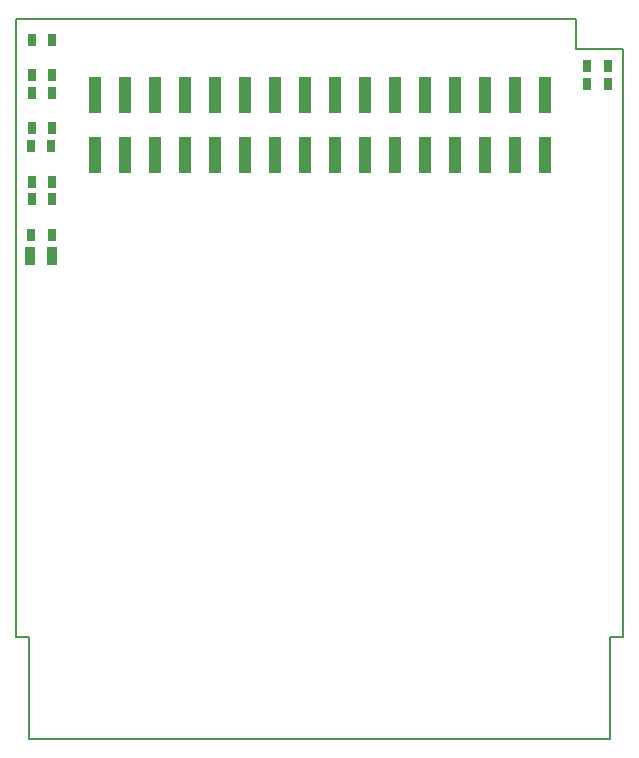
<source format=gbr>
G04 #@! TF.FileFunction,Paste,Top*
%FSLAX46Y46*%
G04 Gerber Fmt 4.6, Leading zero omitted, Abs format (unit mm)*
G04 Created by KiCad (PCBNEW 4.0.7-e2-6376~60~ubuntu17.10.1) date Wed Jan 17 22:57:23 2018*
%MOMM*%
%LPD*%
G01*
G04 APERTURE LIST*
%ADD10C,0.100000*%
%ADD11C,0.150000*%
%ADD12R,1.000000X3.150000*%
%ADD13R,0.670000X1.000000*%
%ADD14R,0.970000X1.500000*%
G04 APERTURE END LIST*
D10*
D11*
X121700000Y-39000000D02*
X121700000Y-41600000D01*
X74300000Y-39000000D02*
X121700000Y-39000000D01*
X125700000Y-41600000D02*
X121700000Y-41600000D01*
X74300000Y-91400000D02*
X74300000Y-39000000D01*
X75400000Y-91400000D02*
X74300000Y-91400000D01*
X75400000Y-100000000D02*
X75400000Y-91400000D01*
X125700000Y-91400000D02*
X125700000Y-41600000D01*
X124600000Y-91400000D02*
X125700000Y-91400000D01*
X124600000Y-100000000D02*
X124600000Y-91400000D01*
X75400000Y-100000000D02*
X124600000Y-100000000D01*
D12*
X80950000Y-50525000D03*
X80950000Y-45475000D03*
X83490000Y-50525000D03*
X83490000Y-45475000D03*
X86030000Y-50525000D03*
X86030000Y-45475000D03*
X88570000Y-50525000D03*
X88570000Y-45475000D03*
X91110000Y-50525000D03*
X91110000Y-45475000D03*
X93650000Y-50525000D03*
X93650000Y-45475000D03*
X96190000Y-50525000D03*
X96190000Y-45475000D03*
X98730000Y-50525000D03*
X98730000Y-45475000D03*
X101270000Y-50525000D03*
X101270000Y-45475000D03*
X103810000Y-50525000D03*
X103810000Y-45475000D03*
X106350000Y-50525000D03*
X106350000Y-45475000D03*
X108890000Y-50525000D03*
X108890000Y-45475000D03*
X111430000Y-50525000D03*
X111430000Y-45475000D03*
X113970000Y-50525000D03*
X113970000Y-45475000D03*
X116510000Y-50525000D03*
X116510000Y-45475000D03*
X119050000Y-50525000D03*
X119050000Y-45475000D03*
D13*
X77375000Y-43800000D03*
X75625000Y-43800000D03*
X122675000Y-43000000D03*
X124425000Y-43000000D03*
X77325000Y-57300000D03*
X75575000Y-57300000D03*
X77375000Y-48300000D03*
X75625000Y-48300000D03*
X77375000Y-52800000D03*
X75625000Y-52800000D03*
X77375000Y-40800000D03*
X75625000Y-40800000D03*
X122625000Y-44500000D03*
X124375000Y-44500000D03*
X77375000Y-54300000D03*
X75625000Y-54300000D03*
X77375000Y-45300000D03*
X75625000Y-45300000D03*
X77275000Y-49800000D03*
X75525000Y-49800000D03*
D14*
X77355000Y-59100000D03*
X75445000Y-59100000D03*
M02*

</source>
